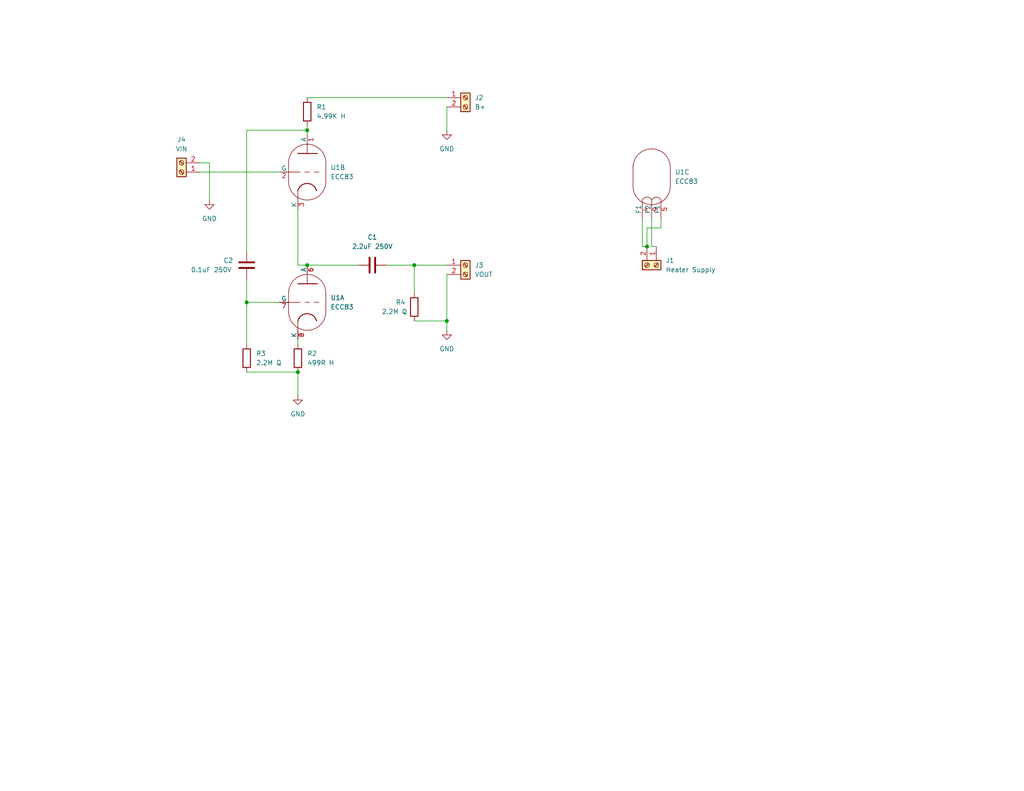
<source format=kicad_sch>
(kicad_sch (version 20231120) (generator "eeschema") (generator_version "8.0")
  (paper "A")
  (title_block (title "Multi-Channel Preamp Output Stage") (date "2024-06-14") (rev "1"))
  (lib_symbols
    (symbol "Connector:Screw_Terminal_01x02" (pin_names (offset 1.016) hide)
      (property "Reference" "J" (at 0 2.54 0))
      (property "Value" "Screw_Terminal_01x02" (at 0 -5.08 0))
      (symbol "Screw_Terminal_01x02_1_1"
        (rectangle (start -1.27 1.27) (end 1.27 -3.81) (stroke (width 0.254)) (fill (type background)))
        (circle (center 0 -2.54) (radius 0.635) (stroke (width 0.1524)))
        (polyline (pts (xy -0.5334 -2.2098) (xy 0.3302 -3.048)) (stroke (width 0.1524)))
        (polyline (pts (xy -0.5334 0.3302) (xy 0.3302 -0.508)) (stroke (width 0.1524)))
        (polyline (pts (xy -0.3556 -2.032) (xy 0.508 -2.8702)) (stroke (width 0.1524)))
        (polyline (pts (xy -0.3556 0.508) (xy 0.508 -0.3302)) (stroke (width 0.1524)))
        (circle (center 0 0) (radius 0.635) (stroke (width 0.1524)))
        (pin passive line (at -5.08 0 0) (length 3.81) (name "Pin_1") (number "1"))
        (pin passive line (at -5.08 -2.54 0) (length 3.81) (name "Pin_2") (number "2"))
      )
    )
    (symbol "Device:C" (pin_numbers hide) (pin_names (offset 0.254))
      (property "Reference" "C" (at 0.635 2.54 0))
      (property "Value" "C" (at 0.635 -2.54 0))
      (symbol "C_0_1"
        (polyline (pts (xy -2.032 -0.762) (xy 2.032 -0.762)) (stroke (width 0.508)))
        (polyline (pts (xy -2.032 0.762) (xy 2.032 0.762)) (stroke (width 0.508)))
      )
      (symbol "C_1_1"
        (pin passive line (at 0 3.81 270) (length 2.794) (name "~") (number "1"))
        (pin passive line (at 0 -3.81 90) (length 2.794) (name "~") (number "2"))
      )
    )
    (symbol "Device:R" (pin_numbers hide) (pin_names (offset 0))
      (property "Reference" "R" (at 2.032 0 90))
      (property "Value" "R" (at 0 0 90))
      (symbol "R_0_1"
        (rectangle (start -1.016 -2.54) (end 1.016 2.54) (stroke (width 0.254)))
      )
      (symbol "R_1_1"
        (pin passive line (at 0 3.81 270) (length 1.27) (name "~") (number "1"))
        (pin passive line (at 0 -3.81 90) (length 1.27) (name "~") (number "2"))
      )
    )
    (symbol "Valve:ECC83" (pin_names (offset 0))
      (property "Reference" "U" (at 3.302 7.874 0))
      (property "Value" "ECC83" (at 8.89 -7.62 0))
      (symbol "ECC83_0_1"
        (arc (start -5.08 -2.54) (mid 0 -7.5979) (end 5.08 -2.54))
        (polyline (pts (xy 5.08 2.54) (xy 5.08 -2.54)))
        (polyline (pts (xy -5.08 2.54) (xy -5.08 -2.54) (xy -5.08 -2.54)))
        (arc (start 5.08 2.54) (mid 0 7.5979) (end -5.08 2.54))
      )
      (symbol "ECC83_1_0"
        (polyline (pts (xy -2.54 -5.08) (xy -2.54 -7.62)))
        (polyline (pts (xy 0 5.08) (xy 0 7.62)))
      )
      (symbol "ECC83_1_1"
        (polyline (pts (xy -5.08 0) (xy -3.175 0)))
        (polyline (pts (xy -1.905 0) (xy -3.175 0)) (stroke (width 0.1524)))
        (polyline (pts (xy -0.635 0) (xy 0.635 0)) (stroke (width 0.1524)))
        (polyline (pts (xy 1.905 0) (xy 3.175 0)) (stroke (width 0.1524)))
        (polyline (pts (xy -2.54 5.08) (xy 2.794 5.08) (xy 2.794 5.08)) (stroke (width 0.254)))
        (arc (start 2.54 -5.08) (mid 0 -3.0968) (end -2.54 -5.08) (stroke (width 0.254)))
        (pin output line (at 0 10.16 270) (length 2.54) (name "A") (number "6"))
        (pin input line (at -7.62 0 0) (length 2.54) (name "G") (number "7"))
        (pin bidirectional line (at -2.54 -10.16 90) (length 2.54) (name "K") (number "8"))
      )
      (symbol "ECC83_2_0"
        (polyline (pts (xy -2.54 -5.08) (xy -2.54 -7.62)))
        (polyline (pts (xy 0 5.08) (xy 0 7.62)))
      )
      (symbol "ECC83_2_1"
        (polyline (pts (xy -5.08 0) (xy -3.175 0)))
        (polyline (pts (xy -1.905 0) (xy -3.175 0)) (stroke (width 0.1524)))
        (polyline (pts (xy -0.635 0) (xy 0.635 0)) (stroke (width 0.1524)))
        (polyline (pts (xy 1.905 0) (xy 3.175 0)) (stroke (width 0.1524)))
        (polyline (pts (xy -2.54 5.08) (xy 2.794 5.08) (xy 2.794 5.08)) (stroke (width 0.254)))
        (arc (start 2.54 -5.08) (mid 0 -3.0968) (end -2.54 -5.08) (stroke (width 0.254)))
        (pin output line (at 0 10.16 270) (length 2.54) (name "A") (number "1"))
        (pin input line (at -7.62 0 0) (length 2.54) (name "G") (number "2"))
        (pin bidirectional line (at -2.54 -10.16 90) (length 2.54) (name "K") (number "3"))
      )
      (symbol "ECC83_3_1"
        (arc (start 0 -6.35) (mid -1.27 -5.5651) (end -2.54 -6.35))
        (arc (start 2.54 -6.35) (mid 1.27 -5.5651) (end 0 -6.35))
        (pin power_in line (at -2.54 -11.43 90) (length 5.08) (name "F1") (number "4"))
        (pin power_in line (at 2.54 -11.43 90) (length 5.08) (name "F1") (number "5"))
        (pin power_in line (at 0 -11.43 90) (length 5.08) (name "F2") (number "9"))
      )
    )
    (symbol "power:GND" (power) (pin_numbers hide) (pin_names (offset 0) hide)
      (property "Value" "GND" (at 0 -3.81 0))
      (symbol "GND_0_1"
        (polyline (pts (xy 0 0) (xy 0 -1.27) (xy 1.27 -1.27) (xy 0 -2.54) (xy -1.27 -1.27) (xy 0 -1.27)))
      )
      (symbol "GND_1_1"
        (pin power_in line (at 0 0 270) (length 0) (name "~") (number "1"))
      )
    )
  )
  (junction (at 113.03 72.39))
  (junction (at 83.82 35.56))
  (junction (at 81.28 101.6))
  (junction (at 83.82 72.39))
  (junction (at 67.31 82.55))
  (junction (at 176.53 67.31))
  (junction (at 121.92 87.63))
  (wire (pts (xy 177.8 67.31) (xy 179.07 67.31)))
  (wire (pts (xy 67.31 82.55) (xy 76.2 82.55)))
  (wire (pts (xy 83.82 34.29) (xy 83.82 35.56)))
  (wire (pts (xy 81.28 72.39) (xy 83.82 72.39)))
  (wire (pts (xy 175.26 67.31) (xy 176.53 67.31)))
  (wire (pts (xy 175.26 59.69) (xy 175.26 67.31)))
  (wire (pts (xy 81.28 92.71) (xy 81.28 93.98)))
  (wire (pts (xy 180.34 59.69) (xy 180.34 62.23)))
  (wire (pts (xy 81.28 57.15) (xy 81.28 72.39)))
  (wire (pts (xy 67.31 82.55) (xy 67.31 93.98)))
  (wire (pts (xy 57.15 44.45) (xy 57.15 54.61)))
  (wire (pts (xy 67.31 35.56) (xy 67.31 68.58)))
  (wire (pts (xy 113.03 80.01) (xy 113.03 72.39)))
  (wire (pts (xy 177.8 59.69) (xy 177.8 67.31)))
  (wire (pts (xy 81.28 101.6) (xy 81.28 107.95)))
  (wire (pts (xy 83.82 26.67) (xy 121.92 26.67)))
  (wire (pts (xy 54.61 44.45) (xy 57.15 44.45)))
  (wire (pts (xy 67.31 76.2) (xy 67.31 82.55)))
  (wire (pts (xy 113.03 87.63) (xy 121.92 87.63)))
  (wire (pts (xy 83.82 72.39) (xy 97.79 72.39)))
  (wire (pts (xy 67.31 35.56) (xy 83.82 35.56)))
  (wire (pts (xy 113.03 72.39) (xy 121.92 72.39)))
  (wire (pts (xy 67.31 101.6) (xy 81.28 101.6)))
  (wire (pts (xy 54.61 46.99) (xy 76.2 46.99)))
  (wire (pts (xy 83.82 35.56) (xy 83.82 36.83)))
  (wire (pts (xy 121.92 74.93) (xy 121.92 87.63)))
  (wire (pts (xy 180.34 62.23) (xy 176.53 62.23)))
  (wire (pts (xy 105.41 72.39) (xy 113.03 72.39)))
  (wire (pts (xy 176.53 62.23) (xy 176.53 67.31)))
  (wire (pts (xy 121.92 29.21) (xy 121.92 35.56)))
  (wire (pts (xy 121.92 87.63) (xy 121.92 90.17)))
  (symbol (lib_id "Valve:ECC83") (at 177.8 48.26 0) (unit 3)
    (property "Reference" "U1" (at 184.15 46.9899 0) (effects (justify left)))
    (property "Value" "ECC83" (at 184.15 49.5299 0) (effects (justify left)))
    (property "Footprint" "OL Library:BELTON_VT9-PT Fat Pad" (effects (hide yes)))
    (property "Datasheet" "http://www.r-type.org/pdfs/ecc83.pdf" (effects (hide yes)))
    (property "Description" "double triode" (effects (hide yes)))
  )
  (symbol (lib_id "Valve:ECC83") (at 83.82 82.55 0) (unit 1)
    (property "Reference" "U1" (at 90.17 81.2799 0) (effects (justify left)))
    (property "Value" "ECC83" (at 90.17 83.8199 0) (effects (justify left)))
    (property "Footprint" "OL Library:BELTON_VT9-PT Fat Pad" (effects (hide yes)))
    (property "Datasheet" "http://www.r-type.org/pdfs/ecc83.pdf" (effects (hide yes)))
    (property "Description" "double triode" (effects (hide yes)))
  )
  (symbol (lib_id "Connector:Screw_Terminal_01x02") (at 49.53 46.99 180) (unit 1)
    (property "Reference" "J4" (at 49.53 38.1 0))
    (property "Value" "VIN" (at 49.53 40.64 0))
    (property "Footprint" "OL Library:TerminalBlock_Phoenix_MKDS-1,5-2_1x02_P5.00mm_Horizontal Fat Pad" (effects (hide yes)))
    (property "Description" "Generic screw terminal, single row, 01x02, script generated (kicad-library-utils/schlib/autogen/connector/)" (effects (hide yes)))
  )
  (symbol (lib_id "Device:R") (at 81.28 97.79 0) (unit 1)
    (property "Reference" "R2" (at 83.82 96.5199 0) (effects (justify left)))
    (property "Value" "499R H" (at 83.82 99.0599 0) (effects (justify left)))
    (property "Footprint" "OL Library:R_Axial_DIN0411_L9.9mm_D3.6mm_P12.70mm_Horizontal Fat Pad" (effects (hide yes)))
    (property "Description" "Resistor" (effects (hide yes)))
  )
  (symbol (lib_id "power:GND") (at 57.15 54.61 0) (unit 1)
    (property "Reference" "#PWR04" (effects (hide yes)))
    (property "Value" "GND" (at 57.15 59.69 0))
    (property "Description" "Power symbol creates a global label with name \"GND\" , ground" (effects (hide yes)))
  )
  (symbol (lib_id "Device:C") (at 101.6 72.39 90) (unit 1)
    (property "Reference" "C1" (at 101.6 64.77 90))
    (property "Value" "2.2uF 250V" (at 101.6 67.31 90))
    (property "Footprint" "OL Library:C_Axial_L12.0mm_D8.5mm_P15.00mm_Horizontal Fat Pad" (effects (hide yes)))
    (property "Description" "Unpolarized capacitor" (effects (hide yes)))
  )
  (symbol (lib_id "Device:R") (at 113.03 83.82 0) (unit 1)
    (property "Reference" "R4" (at 107.95 82.55 0) (effects (justify left)))
    (property "Value" "2.2M Q" (at 104.14 85.09 0) (effects (justify left)))
    (property "Footprint" "OL Library:R_Axial_DIN0411_L9.9mm_D3.6mm_P12.70mm_Horizontal Fat Pad" (effects (hide yes)))
    (property "Description" "Resistor" (effects (hide yes)))
  )
  (symbol (lib_id "power:GND") (at 121.92 35.56 0) (unit 1)
    (property "Reference" "#PWR01" (effects (hide yes)))
    (property "Value" "GND" (at 121.92 40.64 0))
    (property "Description" "Power symbol creates a global label with name \"GND\" , ground" (effects (hide yes)))
  )
  (symbol (lib_id "Connector:Screw_Terminal_01x02") (at 127 26.67 0) (unit 1)
    (property "Reference" "J2" (at 129.54 26.6699 0) (effects (justify left)))
    (property "Value" "B+" (at 129.54 29.2099 0) (effects (justify left)))
    (property "Footprint" "OL Library:TerminalBlock_Phoenix_MKDS-1,5-2_1x02_P5.00mm_Horizontal Fat Pad" (effects (hide yes)))
    (property "Description" "Generic screw terminal, single row, 01x02, script generated (kicad-library-utils/schlib/autogen/connector/)" (effects (hide yes)))
  )
  (symbol (lib_id "Connector:Screw_Terminal_01x02") (at 179.07 72.39 270) (unit 1)
    (property "Reference" "J1" (at 181.61 71.1199 90) (effects (justify left)))
    (property "Value" "Heater Supply" (at 181.61 73.6599 90) (effects (justify left)))
    (property "Footprint" "OL Library:TerminalBlock_Phoenix_MKDS-1,5-2_1x02_P5.00mm_Horizontal Fat Pad" (effects (hide yes)))
    (property "Description" "Generic screw terminal, single row, 01x02, script generated (kicad-library-utils/schlib/autogen/connector/)" (effects (hide yes)))
  )
  (symbol (lib_id "power:GND") (at 81.28 107.95 0) (unit 1)
    (property "Reference" "#PWR03" (effects (hide yes)))
    (property "Value" "GND" (at 81.28 113.03 0))
    (property "Description" "Power symbol creates a global label with name \"GND\" , ground" (effects (hide yes)))
  )
  (symbol (lib_id "power:GND") (at 121.92 90.17 0) (unit 1)
    (property "Reference" "#PWR02" (effects (hide yes)))
    (property "Value" "GND" (at 121.92 95.25 0))
    (property "Description" "Power symbol creates a global label with name \"GND\" , ground" (effects (hide yes)))
  )
  (symbol (lib_id "Connector:Screw_Terminal_01x02") (at 127 72.39 0) (unit 1)
    (property "Reference" "J3" (at 129.54 72.3899 0) (effects (justify left)))
    (property "Value" "VOUT" (at 129.54 74.9299 0) (effects (justify left)))
    (property "Footprint" "OL Library:TerminalBlock_Phoenix_MKDS-1,5-2_1x02_P5.00mm_Horizontal Fat Pad" (effects (hide yes)))
    (property "Description" "Generic screw terminal, single row, 01x02, script generated (kicad-library-utils/schlib/autogen/connector/)" (effects (hide yes)))
  )
  (symbol (lib_id "Device:R") (at 83.82 30.48 0) (unit 1)
    (property "Reference" "R1" (at 86.36 29.2099 0) (effects (justify left)))
    (property "Value" "4.99K H" (at 86.36 31.7499 0) (effects (justify left)))
    (property "Footprint" "OL Library:R_Axial_DIN0411_L9.9mm_D3.6mm_P12.70mm_Horizontal Fat Pad" (effects (hide yes)))
    (property "Description" "Resistor" (effects (hide yes)))
  )
  (symbol (lib_id "Valve:ECC83") (at 83.82 46.99 0) (unit 2)
    (property "Reference" "U1" (at 90.17 45.7199 0) (effects (justify left)))
    (property "Value" "ECC83" (at 90.17 48.2599 0) (effects (justify left)))
    (property "Footprint" "OL Library:BELTON_VT9-PT Fat Pad" (effects (hide yes)))
    (property "Datasheet" "http://www.r-type.org/pdfs/ecc83.pdf" (effects (hide yes)))
    (property "Description" "double triode" (effects (hide yes)))
  )
  (symbol (lib_id "Device:C") (at 67.31 72.39 0) (unit 1)
    (property "Reference" "C2" (at 60.96 71.12 0) (effects (justify left)))
    (property "Value" "0.1uF 250V" (at 52.07 73.66 0) (effects (justify left)))
    (property "Footprint" "OL Library:C_Axial_L12.0mm_D8.5mm_P15.00mm_Horizontal Fat Pad" (effects (hide yes)))
    (property "Description" "Unpolarized capacitor" (effects (hide yes)))
  )
  (symbol (lib_id "Device:R") (at 67.31 97.79 0) (unit 1)
    (property "Reference" "R3" (at 69.85 96.5199 0) (effects (justify left)))
    (property "Value" "2.2M Q" (at 69.85 99.0599 0) (effects (justify left)))
    (property "Footprint" "OL Library:R_Axial_DIN0411_L9.9mm_D3.6mm_P12.70mm_Horizontal Fat Pad" (effects (hide yes)))
    (property "Description" "Resistor" (effects (hide yes)))
  )
)
</source>
